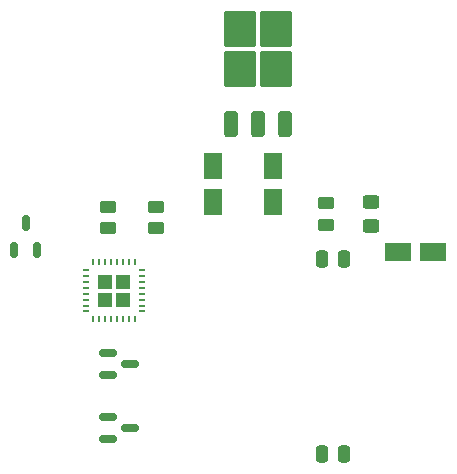
<source format=gbr>
%TF.GenerationSoftware,KiCad,Pcbnew,7.0.10*%
%TF.CreationDate,2025-06-13T16:12:02+05:30*%
%TF.ProjectId,PIC custom dev board_01,50494320-6375-4737-946f-6d2064657620,rev?*%
%TF.SameCoordinates,Original*%
%TF.FileFunction,Paste,Top*%
%TF.FilePolarity,Positive*%
%FSLAX46Y46*%
G04 Gerber Fmt 4.6, Leading zero omitted, Abs format (unit mm)*
G04 Created by KiCad (PCBNEW 7.0.10) date 2025-06-13 16:12:02*
%MOMM*%
%LPD*%
G01*
G04 APERTURE LIST*
G04 Aperture macros list*
%AMRoundRect*
0 Rectangle with rounded corners*
0 $1 Rounding radius*
0 $2 $3 $4 $5 $6 $7 $8 $9 X,Y pos of 4 corners*
0 Add a 4 corners polygon primitive as box body*
4,1,4,$2,$3,$4,$5,$6,$7,$8,$9,$2,$3,0*
0 Add four circle primitives for the rounded corners*
1,1,$1+$1,$2,$3*
1,1,$1+$1,$4,$5*
1,1,$1+$1,$6,$7*
1,1,$1+$1,$8,$9*
0 Add four rect primitives between the rounded corners*
20,1,$1+$1,$2,$3,$4,$5,0*
20,1,$1+$1,$4,$5,$6,$7,0*
20,1,$1+$1,$6,$7,$8,$9,0*
20,1,$1+$1,$8,$9,$2,$3,0*%
G04 Aperture macros list end*
%ADD10RoundRect,0.250000X-0.250000X-0.475000X0.250000X-0.475000X0.250000X0.475000X-0.250000X0.475000X0*%
%ADD11R,1.230000X1.230000*%
%ADD12R,0.600000X0.250000*%
%ADD13R,0.250000X0.600000*%
%ADD14RoundRect,0.250000X0.450000X-0.262500X0.450000X0.262500X-0.450000X0.262500X-0.450000X-0.262500X0*%
%ADD15RoundRect,0.250000X0.450000X-0.325000X0.450000X0.325000X-0.450000X0.325000X-0.450000X-0.325000X0*%
%ADD16RoundRect,0.150000X0.150000X-0.512500X0.150000X0.512500X-0.150000X0.512500X-0.150000X-0.512500X0*%
%ADD17R,1.600000X2.200000*%
%ADD18RoundRect,0.250000X0.350000X-0.850000X0.350000X0.850000X-0.350000X0.850000X-0.350000X-0.850000X0*%
%ADD19RoundRect,0.250000X1.125000X-1.275000X1.125000X1.275000X-1.125000X1.275000X-1.125000X-1.275000X0*%
%ADD20R,2.200000X1.600000*%
%ADD21RoundRect,0.150000X-0.587500X-0.150000X0.587500X-0.150000X0.587500X0.150000X-0.587500X0.150000X0*%
G04 APERTURE END LIST*
D10*
%TO.C,C3*%
X144465000Y-89535000D03*
X146365000Y-89535000D03*
%TD*%
D11*
%TO.C,U3*%
X126085000Y-74925000D03*
X126085000Y-76475000D03*
X127635000Y-74925000D03*
X127635000Y-76475000D03*
D12*
X124460000Y-73950000D03*
X124460000Y-74450000D03*
X124460000Y-74950000D03*
X124460000Y-75450000D03*
X124460000Y-75950000D03*
X124460000Y-76450000D03*
X124460000Y-76950000D03*
X124460000Y-77450000D03*
D13*
X125110000Y-78100000D03*
X125610000Y-78100000D03*
X126110000Y-78100000D03*
X126610000Y-78100000D03*
X127110000Y-78100000D03*
X127610000Y-78100000D03*
X128110000Y-78100000D03*
X128610000Y-78100000D03*
D12*
X129260000Y-77450000D03*
X129260000Y-76950000D03*
X129260000Y-76450000D03*
X129260000Y-75950000D03*
X129260000Y-75450000D03*
X129260000Y-74950000D03*
X129260000Y-74450000D03*
X129260000Y-73950000D03*
D13*
X128610000Y-73300000D03*
X128110000Y-73300000D03*
X127610000Y-73300000D03*
X127110000Y-73300000D03*
X126610000Y-73300000D03*
X126110000Y-73300000D03*
X125610000Y-73300000D03*
X125110000Y-73300000D03*
%TD*%
D14*
%TO.C,R1*%
X126365000Y-70405000D03*
X126365000Y-68580000D03*
%TD*%
D15*
%TO.C,D1*%
X148590000Y-70240000D03*
X148590000Y-68190000D03*
%TD*%
D16*
%TO.C,D2*%
X118430000Y-72257500D03*
X120330000Y-72257500D03*
X119380000Y-69982500D03*
%TD*%
D17*
%TO.C,C1*%
X135255000Y-65175000D03*
X135255000Y-68175000D03*
%TD*%
D18*
%TO.C,U1*%
X136785000Y-61555000D03*
X139065000Y-61555000D03*
D19*
X137540000Y-56930000D03*
X140590000Y-56930000D03*
X137540000Y-53580000D03*
X140590000Y-53580000D03*
D18*
X141345000Y-61555000D03*
%TD*%
D17*
%TO.C,C2*%
X140335000Y-65175000D03*
X140335000Y-68175000D03*
%TD*%
D20*
%TO.C,C5*%
X150900000Y-72390000D03*
X153900000Y-72390000D03*
%TD*%
D21*
%TO.C,D3*%
X126365000Y-80965000D03*
X126365000Y-82865000D03*
X128240000Y-81915000D03*
%TD*%
D10*
%TO.C,C4*%
X144465000Y-73025000D03*
X146365000Y-73025000D03*
%TD*%
D14*
%TO.C,R3*%
X130452500Y-70405000D03*
X130452500Y-68580000D03*
%TD*%
D21*
%TO.C,D4*%
X126365000Y-86360000D03*
X126365000Y-88260000D03*
X128240000Y-87310000D03*
%TD*%
D14*
%TO.C,R2*%
X144780000Y-70127500D03*
X144780000Y-68302500D03*
%TD*%
M02*

</source>
